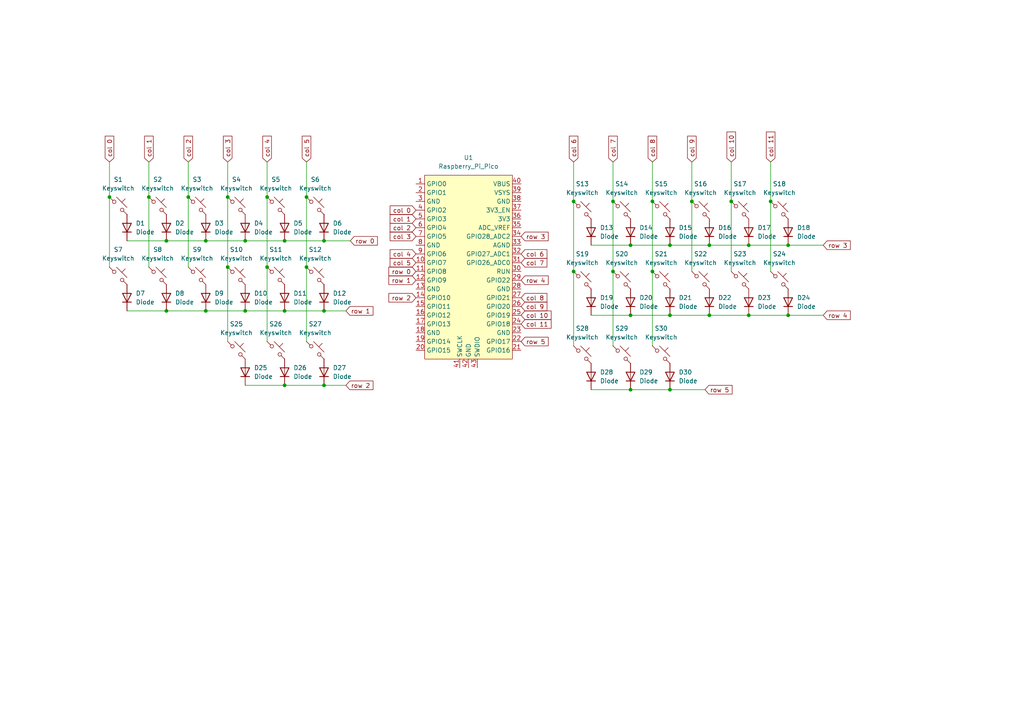
<source format=kicad_sch>
(kicad_sch (version 20231120) (generator "eeschema") (generator_version "8.0")
  (paper "A4")
  (lib_symbols
    (symbol "ScottoKeebs:MCU_Raspberry_Pi_Pico"
      (property "Reference" "U" (at 0 0 0))
      (property "Value" "Raspberry_Pi_Pico" (at 0 27.94 0))
      (symbol "MCU_Raspberry_Pi_Pico_0_1"
        (rectangle (start -12.7 26.67) (end 12.7 -26.67) (fill (type background)))
      )
      (symbol "MCU_Raspberry_Pi_Pico_1_1"
        (pin bidirectional line (at -15.24 24.13 0) (length 2.54) (name "GPIO0") (number "1"))
        (pin bidirectional line (at -15.24 1.27 0) (length 2.54) (name "GPIO7") (number "10"))
        (pin bidirectional line (at -15.24 -1.27 0) (length 2.54) (name "GPIO8") (number "11"))
        (pin bidirectional line (at -15.24 -3.81 0) (length 2.54) (name "GPIO9") (number "12"))
        (pin power_in line (at -15.24 -6.35 0) (length 2.54) (name "GND") (number "13"))
        (pin bidirectional line (at -15.24 -8.89 0) (length 2.54) (name "GPIO10") (number "14"))
        (pin bidirectional line (at -15.24 -11.43 0) (length 2.54) (name "GPIO11") (number "15"))
        (pin bidirectional line (at -15.24 -13.97 0) (length 2.54) (name "GPIO12") (number "16"))
        (pin bidirectional line (at -15.24 -16.51 0) (length 2.54) (name "GPIO13") (number "17"))
        (pin power_in line (at -15.24 -19.05 0) (length 2.54) (name "GND") (number "18"))
        (pin bidirectional line (at -15.24 -21.59 0) (length 2.54) (name "GPIO14") (number "19"))
        (pin bidirectional line (at -15.24 21.59 0) (length 2.54) (name "GPIO1") (number "2"))
        (pin bidirectional line (at -15.24 -24.13 0) (length 2.54) (name "GPIO15") (number "20"))
        (pin bidirectional line (at 15.24 -24.13 180) (length 2.54) (name "GPIO16") (number "21"))
        (pin bidirectional line (at 15.24 -21.59 180) (length 2.54) (name "GPIO17") (number "22"))
        (pin power_in line (at 15.24 -19.05 180) (length 2.54) (name "GND") (number "23"))
        (pin bidirectional line (at 15.24 -16.51 180) (length 2.54) (name "GPIO18") (number "24"))
        (pin bidirectional line (at 15.24 -13.97 180) (length 2.54) (name "GPIO19") (number "25"))
        (pin bidirectional line (at 15.24 -11.43 180) (length 2.54) (name "GPIO20") (number "26"))
        (pin bidirectional line (at 15.24 -8.89 180) (length 2.54) (name "GPIO21") (number "27"))
        (pin power_in line (at 15.24 -6.35 180) (length 2.54) (name "GND") (number "28"))
        (pin bidirectional line (at 15.24 -3.81 180) (length 2.54) (name "GPIO22") (number "29"))
        (pin power_in line (at -15.24 19.05 0) (length 2.54) (name "GND") (number "3"))
        (pin input line (at 15.24 -1.27 180) (length 2.54) (name "RUN") (number "30"))
        (pin bidirectional line (at 15.24 1.27 180) (length 2.54) (name "GPIO26_ADC0") (number "31"))
        (pin bidirectional line (at 15.24 3.81 180) (length 2.54) (name "GPIO27_ADC1") (number "32"))
        (pin power_in line (at 15.24 6.35 180) (length 2.54) (name "AGND") (number "33"))
        (pin bidirectional line (at 15.24 8.89 180) (length 2.54) (name "GPIO28_ADC2") (number "34"))
        (pin power_in line (at 15.24 11.43 180) (length 2.54) (name "ADC_VREF") (number "35"))
        (pin power_in line (at 15.24 13.97 180) (length 2.54) (name "3V3") (number "36"))
        (pin input line (at 15.24 16.51 180) (length 2.54) (name "3V3_EN") (number "37"))
        (pin bidirectional line (at 15.24 19.05 180) (length 2.54) (name "GND") (number "38"))
        (pin power_in line (at 15.24 21.59 180) (length 2.54) (name "VSYS") (number "39"))
        (pin bidirectional line (at -15.24 16.51 0) (length 2.54) (name "GPIO2") (number "4"))
        (pin power_in line (at 15.24 24.13 180) (length 2.54) (name "VBUS") (number "40"))
        (pin input line (at -2.54 -29.21 90) (length 2.54) (name "SWCLK") (number "41"))
        (pin power_in line (at 0 -29.21 90) (length 2.54) (name "GND") (number "42"))
        (pin bidirectional line (at 2.54 -29.21 90) (length 2.54) (name "SWDIO") (number "43"))
        (pin bidirectional line (at -15.24 13.97 0) (length 2.54) (name "GPIO3") (number "5"))
        (pin bidirectional line (at -15.24 11.43 0) (length 2.54) (name "GPIO4") (number "6"))
        (pin bidirectional line (at -15.24 8.89 0) (length 2.54) (name "GPIO5") (number "7"))
        (pin power_in line (at -15.24 6.35 0) (length 2.54) (name "GND") (number "8"))
        (pin bidirectional line (at -15.24 3.81 0) (length 2.54) (name "GPIO6") (number "9"))
      )
    )
    (symbol "ScottoKeebs:Placeholder_Diode" (pin_numbers hide) (pin_names hide)
      (property "Reference" "D" (at 0 2.54 0))
      (property "Value" "Diode" (at 0 -2.54 0))
      (symbol "Placeholder_Diode_0_1"
        (polyline (pts (xy -1.27 1.27) (xy -1.27 -1.27)) (stroke (width 0.254)))
        (polyline (pts (xy 1.27 0) (xy -1.27 0)))
        (polyline (pts (xy 1.27 1.27) (xy 1.27 -1.27) (xy -1.27 0) (xy 1.27 1.27)) (stroke (width 0.254)))
      )
      (symbol "Placeholder_Diode_1_1"
        (pin passive line (at -3.81 0 0) (length 2.54) (name "K") (number "1"))
        (pin passive line (at 3.81 0 180) (length 2.54) (name "A") (number "2"))
      )
    )
    (symbol "ScottoKeebs:Placeholder_Keyswitch" (pin_numbers hide) (pin_names (offset 1.016) hide)
      (property "Reference" "S" (at 3.048 1.016 0))
      (property "Value" "Keyswitch" (at 0 -3.81 0))
      (symbol "Placeholder_Keyswitch_0_1"
        (circle (center -1.1684 1.1684) (radius 0.508))
        (polyline (pts (xy -0.508 2.54) (xy 2.54 -0.508)))
        (polyline (pts (xy 1.016 1.016) (xy 2.032 2.032)))
        (polyline (pts (xy -2.54 2.54) (xy -1.524 1.524) (xy -1.524 1.524)))
        (polyline (pts (xy 1.524 -1.524) (xy 2.54 -2.54) (xy 2.54 -2.54) (xy 2.54 -2.54)))
        (circle (center 1.143 -1.1938) (radius 0.508))
        (pin passive line (at -2.54 2.54 0) (length 0) (name "1") (number "1"))
        (pin passive line (at 2.54 -2.54 180) (length 0) (name "2") (number "2"))
      )
    )
  )
  (junction (at 177.8 58.42))
  (junction (at 205.74 91.44))
  (junction (at 54.61 57.15))
  (junction (at 223.52 58.42))
  (junction (at 217.17 91.44))
  (junction (at 71.12 90.17))
  (junction (at 59.69 90.17))
  (junction (at 228.6 71.12))
  (junction (at 166.37 78.74))
  (junction (at 88.9 57.15))
  (junction (at 82.55 111.76))
  (junction (at 82.55 90.17))
  (junction (at 59.69 69.85))
  (junction (at 194.31 91.44))
  (junction (at 88.9 77.47))
  (junction (at 182.88 91.44))
  (junction (at 31.75 57.15))
  (junction (at 93.98 90.17))
  (junction (at 189.23 58.42))
  (junction (at 43.18 57.15))
  (junction (at 189.23 78.74))
  (junction (at 48.26 69.85))
  (junction (at 77.47 57.15))
  (junction (at 71.12 69.85))
  (junction (at 82.55 69.85))
  (junction (at 194.31 71.12))
  (junction (at 93.98 69.85))
  (junction (at 66.04 77.47))
  (junction (at 166.37 58.42))
  (junction (at 194.31 113.03))
  (junction (at 66.04 57.15))
  (junction (at 182.88 71.12))
  (junction (at 228.6 91.44))
  (junction (at 205.74 71.12))
  (junction (at 48.26 90.17))
  (junction (at 177.8 78.74))
  (junction (at 217.17 71.12))
  (junction (at 182.88 113.03))
  (junction (at 93.98 111.76))
  (junction (at 77.47 77.47))
  (junction (at 212.09 58.42))
  (junction (at 200.66 58.42))
  (wire (pts (xy 177.8 58.42) (xy 177.8 78.74)))
  (wire (pts (xy 31.75 46.99) (xy 31.75 57.15)))
  (wire (pts (xy 194.31 113.03) (xy 204.47 113.03)))
  (wire (pts (xy 217.17 71.12) (xy 228.6 71.12)))
  (wire (pts (xy 238.76 71.12) (xy 228.6 71.12)))
  (wire (pts (xy 71.12 90.17) (xy 82.55 90.17)))
  (wire (pts (xy 31.75 57.15) (xy 31.75 77.47)))
  (wire (pts (xy 66.04 46.99) (xy 66.04 57.15)))
  (wire (pts (xy 66.04 77.47) (xy 66.04 99.06)))
  (wire (pts (xy 93.98 111.76) (xy 100.33 111.76)))
  (wire (pts (xy 194.31 91.44) (xy 205.74 91.44)))
  (wire (pts (xy 59.69 69.85) (xy 71.12 69.85)))
  (wire (pts (xy 217.17 91.44) (xy 228.6 91.44)))
  (wire (pts (xy 88.9 57.15) (xy 88.9 77.47)))
  (wire (pts (xy 59.69 90.17) (xy 71.12 90.17)))
  (wire (pts (xy 223.52 58.42) (xy 223.52 78.74)))
  (wire (pts (xy 223.52 46.99) (xy 223.52 58.42)))
  (wire (pts (xy 71.12 69.85) (xy 82.55 69.85)))
  (wire (pts (xy 43.18 46.99) (xy 43.18 57.15)))
  (wire (pts (xy 182.88 71.12) (xy 194.31 71.12)))
  (wire (pts (xy 182.88 113.03) (xy 194.31 113.03)))
  (wire (pts (xy 82.55 90.17) (xy 93.98 90.17)))
  (wire (pts (xy 189.23 46.99) (xy 189.23 58.42)))
  (wire (pts (xy 200.66 46.99) (xy 200.66 58.42)))
  (wire (pts (xy 48.26 90.17) (xy 59.69 90.17)))
  (wire (pts (xy 93.98 90.17) (xy 100.33 90.17)))
  (wire (pts (xy 177.8 78.74) (xy 177.8 100.33)))
  (wire (pts (xy 54.61 57.15) (xy 54.61 77.47)))
  (wire (pts (xy 36.83 90.17) (xy 48.26 90.17)))
  (wire (pts (xy 177.8 46.99) (xy 177.8 58.42)))
  (wire (pts (xy 194.31 71.12) (xy 205.74 71.12)))
  (wire (pts (xy 101.6 69.85) (xy 93.98 69.85)))
  (wire (pts (xy 189.23 78.74) (xy 189.23 100.33)))
  (wire (pts (xy 189.23 58.42) (xy 189.23 78.74)))
  (wire (pts (xy 171.45 91.44) (xy 182.88 91.44)))
  (wire (pts (xy 77.47 77.47) (xy 77.47 99.06)))
  (wire (pts (xy 205.74 71.12) (xy 217.17 71.12)))
  (wire (pts (xy 43.18 57.15) (xy 43.18 77.47)))
  (wire (pts (xy 166.37 78.74) (xy 166.37 100.33)))
  (wire (pts (xy 71.12 111.76) (xy 82.55 111.76)))
  (wire (pts (xy 212.09 58.42) (xy 212.09 78.74)))
  (wire (pts (xy 205.74 91.44) (xy 217.17 91.44)))
  (wire (pts (xy 171.45 113.03) (xy 182.88 113.03)))
  (wire (pts (xy 171.45 71.12) (xy 182.88 71.12)))
  (wire (pts (xy 77.47 46.99) (xy 77.47 57.15)))
  (wire (pts (xy 48.26 69.85) (xy 59.69 69.85)))
  (wire (pts (xy 88.9 46.99) (xy 88.9 57.15)))
  (wire (pts (xy 77.47 57.15) (xy 77.47 77.47)))
  (wire (pts (xy 182.88 91.44) (xy 194.31 91.44)))
  (wire (pts (xy 82.55 69.85) (xy 93.98 69.85)))
  (wire (pts (xy 88.9 77.47) (xy 88.9 99.06)))
  (wire (pts (xy 82.55 111.76) (xy 93.98 111.76)))
  (wire (pts (xy 36.83 69.85) (xy 48.26 69.85)))
  (wire (pts (xy 166.37 58.42) (xy 166.37 78.74)))
  (wire (pts (xy 200.66 58.42) (xy 200.66 78.74)))
  (wire (pts (xy 66.04 57.15) (xy 66.04 77.47)))
  (wire (pts (xy 212.09 46.99) (xy 212.09 58.42)))
  (wire (pts (xy 54.61 46.99) (xy 54.61 57.15)))
  (wire (pts (xy 166.37 46.99) (xy 166.37 58.42)))
  (wire (pts (xy 238.76 91.44) (xy 228.6 91.44)))
  (global_label "row 5" (shape input) (at 204.47 113.03 0) (property "Intersheetrefs" "${INTERSHEET_REFS}" (effects (hide yes))))
  (global_label "col 11" (shape input) (at 223.52 46.99 90) (property "Intersheetrefs" "${INTERSHEET_REFS}" (effects (hide yes))))
  (global_label "col 8" (shape input) (at 189.23 46.99 90) (property "Intersheetrefs" "${INTERSHEET_REFS}" (effects (hide yes))))
  (global_label "col 10" (shape input) (at 151.13 91.44 0) (property "Intersheetrefs" "${INTERSHEET_REFS}" (effects (hide yes))))
  (global_label "row 4" (shape input) (at 238.76 91.44 0) (property "Intersheetrefs" "${INTERSHEET_REFS}" (effects (hide yes))))
  (global_label "col 2" (shape input) (at 54.61 46.99 90) (property "Intersheetrefs" "${INTERSHEET_REFS}" (effects (hide yes))))
  (global_label "row 4" (shape input) (at 151.13 81.28 0) (property "Intersheetrefs" "${INTERSHEET_REFS}" (effects (hide yes))))
  (global_label "col 1" (shape input) (at 120.65 63.5 180) (property "Intersheetrefs" "${INTERSHEET_REFS}" (effects (hide yes))))
  (global_label "col 5" (shape input) (at 120.65 76.2 180) (property "Intersheetrefs" "${INTERSHEET_REFS}" (effects (hide yes))))
  (global_label "col 6" (shape input) (at 166.37 46.99 90) (property "Intersheetrefs" "${INTERSHEET_REFS}" (effects (hide yes))))
  (global_label "col 7" (shape input) (at 151.13 76.2 0) (property "Intersheetrefs" "${INTERSHEET_REFS}" (effects (hide yes))))
  (global_label "col 0" (shape input) (at 120.65 60.96 180) (property "Intersheetrefs" "${INTERSHEET_REFS}" (effects (hide yes))))
  (global_label "col 4" (shape input) (at 77.47 46.99 90) (property "Intersheetrefs" "${INTERSHEET_REFS}" (effects (hide yes))))
  (global_label "col 9" (shape input) (at 151.13 88.9 0) (property "Intersheetrefs" "${INTERSHEET_REFS}" (effects (hide yes))))
  (global_label "row 3" (shape input) (at 151.13 68.58 0) (property "Intersheetrefs" "${INTERSHEET_REFS}" (effects (hide yes))))
  (global_label "row 3" (shape input) (at 238.76 71.12 0) (property "Intersheetrefs" "${INTERSHEET_REFS}" (effects (hide yes))))
  (global_label "col 11" (shape input) (at 151.13 93.98 0) (property "Intersheetrefs" "${INTERSHEET_REFS}" (effects (hide yes))))
  (global_label "col 7" (shape input) (at 177.8 46.99 90) (property "Intersheetrefs" "${INTERSHEET_REFS}" (effects (hide yes))))
  (global_label "row 2" (shape input) (at 120.65 86.36 180) (property "Intersheetrefs" "${INTERSHEET_REFS}" (effects (hide yes))))
  (global_label "col 10" (shape input) (at 212.09 46.99 90) (property "Intersheetrefs" "${INTERSHEET_REFS}" (effects (hide yes))))
  (global_label "col 3" (shape input) (at 120.65 68.58 180) (property "Intersheetrefs" "${INTERSHEET_REFS}" (effects (hide yes))))
  (global_label "col 8" (shape input) (at 151.13 86.36 0) (property "Intersheetrefs" "${INTERSHEET_REFS}" (effects (hide yes))))
  (global_label "col 1" (shape input) (at 43.18 46.99 90) (property "Intersheetrefs" "${INTERSHEET_REFS}" (effects (hide yes))))
  (global_label "row 1" (shape input) (at 100.33 90.17 0) (property "Intersheetrefs" "${INTERSHEET_REFS}" (effects (hide yes))))
  (global_label "row 0" (shape input) (at 120.65 78.74 180) (property "Intersheetrefs" "${INTERSHEET_REFS}" (effects (hide yes))))
  (global_label "row 1" (shape input) (at 120.65 81.28 180) (property "Intersheetrefs" "${INTERSHEET_REFS}" (effects (hide yes))))
  (global_label "col 9" (shape input) (at 200.66 46.99 90) (property "Intersheetrefs" "${INTERSHEET_REFS}" (effects (hide yes))))
  (global_label "row 0" (shape input) (at 101.6 69.85 0) (property "Intersheetrefs" "${INTERSHEET_REFS}" (effects (hide yes))))
  (global_label "col 3" (shape input) (at 66.04 46.99 90) (property "Intersheetrefs" "${INTERSHEET_REFS}" (effects (hide yes))))
  (global_label "row 5" (shape input) (at 151.13 99.06 0) (property "Intersheetrefs" "${INTERSHEET_REFS}" (effects (hide yes))))
  (global_label "col 6" (shape input) (at 151.13 73.66 0) (property "Intersheetrefs" "${INTERSHEET_REFS}" (effects (hide yes))))
  (global_label "col 0" (shape input) (at 31.75 46.99 90) (property "Intersheetrefs" "${INTERSHEET_REFS}" (effects (hide yes))))
  (global_label "col 5" (shape input) (at 88.9 46.99 90) (property "Intersheetrefs" "${INTERSHEET_REFS}" (effects (hide yes))))
  (global_label "row 2" (shape input) (at 100.33 111.76 0) (property "Intersheetrefs" "${INTERSHEET_REFS}" (effects (hide yes))))
  (global_label "col 2" (shape input) (at 120.65 66.04 180) (property "Intersheetrefs" "${INTERSHEET_REFS}" (effects (hide yes))))
  (global_label "col 4" (shape input) (at 120.65 73.66 180) (property "Intersheetrefs" "${INTERSHEET_REFS}" (effects (hide yes))))
  (symbol (lib_id "ScottoKeebs:Placeholder_Diode") (at 182.88 87.63 90) (unit 1)
    (property "Reference" "D20" (at 185.42 86.3599 90) (effects (justify right)))
    (property "Value" "Diode" (at 185.42 88.8999 90) (effects (justify right)))
    (property "Footprint" "ScottoKeebs_Components:Diode_DO-35" (effects (hide yes)))
    (property "Description" "1N4148 (DO-35) or 1N4148W (SOD-123)" (effects (hide yes)))
    (property "Sim.Device" "D" (effects (hide yes)))
    (property "Sim.Pins" "1=K 2=A" (effects (hide yes)))
  )
  (symbol (lib_id "ScottoKeebs:Placeholder_Keyswitch") (at 45.72 80.01 0) (unit 1)
    (property "Reference" "S8" (at 45.72 72.39 0))
    (property "Value" "Keyswitch" (at 45.72 74.93 0))
    (property "Footprint" "ScottoKeebs_MX:MX_PCB_1.00u" (effects (hide yes)))
    (property "Description" "Push button switch, normally open, two pins, 45° tilted" (effects (hide yes)))
  )
  (symbol (lib_id "ScottoKeebs:Placeholder_Keyswitch") (at 214.63 81.28 0) (unit 1)
    (property "Reference" "S23" (at 214.63 73.66 0))
    (property "Value" "Keyswitch" (at 214.63 76.2 0))
    (property "Footprint" "ScottoKeebs_MX:MX_PCB_1.00u" (effects (hide yes)))
    (property "Description" "Push button switch, normally open, two pins, 45° tilted" (effects (hide yes)))
  )
  (symbol (lib_id "ScottoKeebs:Placeholder_Keyswitch") (at 191.77 81.28 0) (unit 1)
    (property "Reference" "S21" (at 191.77 73.66 0))
    (property "Value" "Keyswitch" (at 191.77 76.2 0))
    (property "Footprint" "ScottoKeebs_MX:MX_PCB_1.00u" (effects (hide yes)))
    (property "Description" "Push button switch, normally open, two pins, 45° tilted" (effects (hide yes)))
  )
  (symbol (lib_id "ScottoKeebs:Placeholder_Keyswitch") (at 91.44 101.6 0) (unit 1)
    (property "Reference" "S27" (at 91.44 93.98 0))
    (property "Value" "Keyswitch" (at 91.44 96.52 0))
    (property "Footprint" "ScottoKeebs_MX:MX_PCB_1.00u" (effects (hide yes)))
    (property "Description" "Push button switch, normally open, two pins, 45° tilted" (effects (hide yes)))
  )
  (symbol (lib_id "ScottoKeebs:Placeholder_Keyswitch") (at 168.91 60.96 0) (unit 1)
    (property "Reference" "S13" (at 168.91 53.34 0))
    (property "Value" "Keyswitch" (at 168.91 55.88 0))
    (property "Footprint" "ScottoKeebs_MX:MX_PCB_1.00u" (effects (hide yes)))
    (property "Description" "Push button switch, normally open, two pins, 45° tilted" (effects (hide yes)))
  )
  (symbol (lib_id "ScottoKeebs:Placeholder_Diode") (at 82.55 66.04 90) (unit 1)
    (property "Reference" "D5" (at 85.09 64.7699 90) (effects (justify right)))
    (property "Value" "Diode" (at 85.09 67.3099 90) (effects (justify right)))
    (property "Footprint" "ScottoKeebs_Components:Diode_DO-35" (effects (hide yes)))
    (property "Description" "1N4148 (DO-35) or 1N4148W (SOD-123)" (effects (hide yes)))
    (property "Sim.Device" "D" (effects (hide yes)))
    (property "Sim.Pins" "1=K 2=A" (effects (hide yes)))
  )
  (symbol (lib_id "ScottoKeebs:Placeholder_Diode") (at 182.88 67.31 90) (unit 1)
    (property "Reference" "D14" (at 185.42 66.0399 90) (effects (justify right)))
    (property "Value" "Diode" (at 185.42 68.5799 90) (effects (justify right)))
    (property "Footprint" "ScottoKeebs_Components:Diode_DO-35" (effects (hide yes)))
    (property "Description" "1N4148 (DO-35) or 1N4148W (SOD-123)" (effects (hide yes)))
    (property "Sim.Device" "D" (effects (hide yes)))
    (property "Sim.Pins" "1=K 2=A" (effects (hide yes)))
  )
  (symbol (lib_id "ScottoKeebs:Placeholder_Keyswitch") (at 180.34 60.96 0) (unit 1)
    (property "Reference" "S14" (at 180.34 53.34 0))
    (property "Value" "Keyswitch" (at 180.34 55.88 0))
    (property "Footprint" "ScottoKeebs_MX:MX_PCB_1.00u" (effects (hide yes)))
    (property "Description" "Push button switch, normally open, two pins, 45° tilted" (effects (hide yes)))
  )
  (symbol (lib_id "ScottoKeebs:Placeholder_Diode") (at 59.69 66.04 90) (unit 1)
    (property "Reference" "D3" (at 62.23 64.7699 90) (effects (justify right)))
    (property "Value" "Diode" (at 62.23 67.3099 90) (effects (justify right)))
    (property "Footprint" "ScottoKeebs_Components:Diode_DO-35" (effects (hide yes)))
    (property "Description" "1N4148 (DO-35) or 1N4148W (SOD-123)" (effects (hide yes)))
    (property "Sim.Device" "D" (effects (hide yes)))
    (property "Sim.Pins" "1=K 2=A" (effects (hide yes)))
  )
  (symbol (lib_id "ScottoKeebs:Placeholder_Diode") (at 82.55 107.95 90) (unit 1)
    (property "Reference" "D26" (at 85.09 106.6799 90) (effects (justify right)))
    (property "Value" "Diode" (at 85.09 109.2199 90) (effects (justify right)))
    (property "Footprint" "ScottoKeebs_Components:Diode_DO-35" (effects (hide yes)))
    (property "Description" "1N4148 (DO-35) or 1N4148W (SOD-123)" (effects (hide yes)))
    (property "Sim.Device" "D" (effects (hide yes)))
    (property "Sim.Pins" "1=K 2=A" (effects (hide yes)))
  )
  (symbol (lib_id "ScottoKeebs:Placeholder_Diode") (at 182.88 109.22 90) (unit 1)
    (property "Reference" "D29" (at 185.42 107.9499 90) (effects (justify right)))
    (property "Value" "Diode" (at 185.42 110.4899 90) (effects (justify right)))
    (property "Footprint" "ScottoKeebs_Components:Diode_DO-35" (effects (hide yes)))
    (property "Description" "1N4148 (DO-35) or 1N4148W (SOD-123)" (effects (hide yes)))
    (property "Sim.Device" "D" (effects (hide yes)))
    (property "Sim.Pins" "1=K 2=A" (effects (hide yes)))
  )
  (symbol (lib_id "ScottoKeebs:Placeholder_Keyswitch") (at 34.29 80.01 0) (unit 1)
    (property "Reference" "S7" (at 34.29 72.39 0))
    (property "Value" "Keyswitch" (at 34.29 74.93 0))
    (property "Footprint" "ScottoKeebs_MX:MX_PCB_1.00u" (effects (hide yes)))
    (property "Description" "Push button switch, normally open, two pins, 45° tilted" (effects (hide yes)))
  )
  (symbol (lib_id "ScottoKeebs:Placeholder_Diode") (at 205.74 67.31 90) (unit 1)
    (property "Reference" "D16" (at 208.28 66.0399 90) (effects (justify right)))
    (property "Value" "Diode" (at 208.28 68.5799 90) (effects (justify right)))
    (property "Footprint" "ScottoKeebs_Components:Diode_DO-35" (effects (hide yes)))
    (property "Description" "1N4148 (DO-35) or 1N4148W (SOD-123)" (effects (hide yes)))
    (property "Sim.Device" "D" (effects (hide yes)))
    (property "Sim.Pins" "1=K 2=A" (effects (hide yes)))
  )
  (symbol (lib_id "ScottoKeebs:Placeholder_Diode") (at 217.17 87.63 90) (unit 1)
    (property "Reference" "D23" (at 219.71 86.3599 90) (effects (justify right)))
    (property "Value" "Diode" (at 219.71 88.8999 90) (effects (justify right)))
    (property "Footprint" "ScottoKeebs_Components:Diode_DO-35" (effects (hide yes)))
    (property "Description" "1N4148 (DO-35) or 1N4148W (SOD-123)" (effects (hide yes)))
    (property "Sim.Device" "D" (effects (hide yes)))
    (property "Sim.Pins" "1=K 2=A" (effects (hide yes)))
  )
  (symbol (lib_id "ScottoKeebs:Placeholder_Keyswitch") (at 80.01 101.6 0) (unit 1)
    (property "Reference" "S26" (at 80.01 93.98 0))
    (property "Value" "Keyswitch" (at 80.01 96.52 0))
    (property "Footprint" "ScottoKeebs_MX:MX_PCB_1.00u" (effects (hide yes)))
    (property "Description" "Push button switch, normally open, two pins, 45° tilted" (effects (hide yes)))
  )
  (symbol (lib_id "ScottoKeebs:Placeholder_Diode") (at 205.74 87.63 90) (unit 1)
    (property "Reference" "D22" (at 208.28 86.3599 90) (effects (justify right)))
    (property "Value" "Diode" (at 208.28 88.8999 90) (effects (justify right)))
    (property "Footprint" "ScottoKeebs_Components:Diode_DO-35" (effects (hide yes)))
    (property "Description" "1N4148 (DO-35) or 1N4148W (SOD-123)" (effects (hide yes)))
    (property "Sim.Device" "D" (effects (hide yes)))
    (property "Sim.Pins" "1=K 2=A" (effects (hide yes)))
  )
  (symbol (lib_id "ScottoKeebs:Placeholder_Keyswitch") (at 191.77 60.96 0) (unit 1)
    (property "Reference" "S15" (at 191.77 53.34 0))
    (property "Value" "Keyswitch" (at 191.77 55.88 0))
    (property "Footprint" "ScottoKeebs_MX:MX_PCB_1.00u" (effects (hide yes)))
    (property "Description" "Push button switch, normally open, two pins, 45° tilted" (effects (hide yes)))
  )
  (symbol (lib_id "ScottoKeebs:Placeholder_Keyswitch") (at 68.58 80.01 0) (unit 1)
    (property "Reference" "S10" (at 68.58 72.39 0))
    (property "Value" "Keyswitch" (at 68.58 74.93 0))
    (property "Footprint" "ScottoKeebs_MX:MX_PCB_1.00u" (effects (hide yes)))
    (property "Description" "Push button switch, normally open, two pins, 45° tilted" (effects (hide yes)))
  )
  (symbol (lib_id "ScottoKeebs:Placeholder_Diode") (at 93.98 66.04 90) (unit 1)
    (property "Reference" "D6" (at 96.52 64.7699 90) (effects (justify right)))
    (property "Value" "Diode" (at 96.52 67.3099 90) (effects (justify right)))
    (property "Footprint" "ScottoKeebs_Components:Diode_DO-35" (effects (hide yes)))
    (property "Description" "1N4148 (DO-35) or 1N4148W (SOD-123)" (effects (hide yes)))
    (property "Sim.Device" "D" (effects (hide yes)))
    (property "Sim.Pins" "1=K 2=A" (effects (hide yes)))
  )
  (symbol (lib_id "ScottoKeebs:Placeholder_Diode") (at 82.55 86.36 90) (unit 1)
    (property "Reference" "D11" (at 85.09 85.0899 90) (effects (justify right)))
    (property "Value" "Diode" (at 85.09 87.6299 90) (effects (justify right)))
    (property "Footprint" "ScottoKeebs_Components:Diode_DO-35" (effects (hide yes)))
    (property "Description" "1N4148 (DO-35) or 1N4148W (SOD-123)" (effects (hide yes)))
    (property "Sim.Device" "D" (effects (hide yes)))
    (property "Sim.Pins" "1=K 2=A" (effects (hide yes)))
  )
  (symbol (lib_id "ScottoKeebs:Placeholder_Keyswitch") (at 180.34 81.28 0) (unit 1)
    (property "Reference" "S20" (at 180.34 73.66 0))
    (property "Value" "Keyswitch" (at 180.34 76.2 0))
    (property "Footprint" "ScottoKeebs_MX:MX_PCB_1.00u" (effects (hide yes)))
    (property "Description" "Push button switch, normally open, two pins, 45° tilted" (effects (hide yes)))
  )
  (symbol (lib_id "ScottoKeebs:Placeholder_Keyswitch") (at 34.29 59.69 0) (unit 1)
    (property "Reference" "S1" (at 34.29 52.07 0))
    (property "Value" "Keyswitch" (at 34.29 54.61 0))
    (property "Footprint" "ScottoKeebs_MX:MX_PCB_1.00u" (effects (hide yes)))
    (property "Description" "Push button switch, normally open, two pins, 45° tilted" (effects (hide yes)))
  )
  (symbol (lib_id "ScottoKeebs:Placeholder_Keyswitch") (at 45.72 59.69 0) (unit 1)
    (property "Reference" "S2" (at 45.72 52.07 0))
    (property "Value" "Keyswitch" (at 45.72 54.61 0))
    (property "Footprint" "ScottoKeebs_MX:MX_PCB_1.00u" (effects (hide yes)))
    (property "Description" "Push button switch, normally open, two pins, 45° tilted" (effects (hide yes)))
  )
  (symbol (lib_id "ScottoKeebs:Placeholder_Diode") (at 36.83 86.36 90) (unit 1)
    (property "Reference" "D7" (at 39.37 85.0899 90) (effects (justify right)))
    (property "Value" "Diode" (at 39.37 87.6299 90) (effects (justify right)))
    (property "Footprint" "ScottoKeebs_Components:Diode_DO-35" (effects (hide yes)))
    (property "Description" "1N4148 (DO-35) or 1N4148W (SOD-123)" (effects (hide yes)))
    (property "Sim.Device" "D" (effects (hide yes)))
    (property "Sim.Pins" "1=K 2=A" (effects (hide yes)))
  )
  (symbol (lib_id "ScottoKeebs:Placeholder_Diode") (at 93.98 107.95 90) (unit 1)
    (property "Reference" "D27" (at 96.52 106.6799 90) (effects (justify right)))
    (property "Value" "Diode" (at 96.52 109.2199 90) (effects (justify right)))
    (property "Footprint" "ScottoKeebs_Components:Diode_DO-35" (effects (hide yes)))
    (property "Description" "1N4148 (DO-35) or 1N4148W (SOD-123)" (effects (hide yes)))
    (property "Sim.Device" "D" (effects (hide yes)))
    (property "Sim.Pins" "1=K 2=A" (effects (hide yes)))
  )
  (symbol (lib_id "ScottoKeebs:Placeholder_Keyswitch") (at 80.01 80.01 0) (unit 1)
    (property "Reference" "S11" (at 80.01 72.39 0))
    (property "Value" "Keyswitch" (at 80.01 74.93 0))
    (property "Footprint" "ScottoKeebs_MX:MX_PCB_1.00u" (effects (hide yes)))
    (property "Description" "Push button switch, normally open, two pins, 45° tilted" (effects (hide yes)))
  )
  (symbol (lib_id "ScottoKeebs:Placeholder_Diode") (at 171.45 109.22 90) (unit 1)
    (property "Reference" "D28" (at 173.99 107.9499 90) (effects (justify right)))
    (property "Value" "Diode" (at 173.99 110.4899 90) (effects (justify right)))
    (property "Footprint" "ScottoKeebs_Components:Diode_DO-35" (effects (hide yes)))
    (property "Description" "1N4148 (DO-35) or 1N4148W (SOD-123)" (effects (hide yes)))
    (property "Sim.Device" "D" (effects (hide yes)))
    (property "Sim.Pins" "1=K 2=A" (effects (hide yes)))
  )
  (symbol (lib_id "ScottoKeebs:Placeholder_Keyswitch") (at 168.91 81.28 0) (unit 1)
    (property "Reference" "S19" (at 168.91 73.66 0))
    (property "Value" "Keyswitch" (at 168.91 76.2 0))
    (property "Footprint" "ScottoKeebs_MX:MX_PCB_1.00u" (effects (hide yes)))
    (property "Description" "Push button switch, normally open, two pins, 45° tilted" (effects (hide yes)))
  )
  (symbol (lib_id "ScottoKeebs:Placeholder_Diode") (at 194.31 67.31 90) (unit 1)
    (property "Reference" "D15" (at 196.85 66.0399 90) (effects (justify right)))
    (property "Value" "Diode" (at 196.85 68.5799 90) (effects (justify right)))
    (property "Footprint" "ScottoKeebs_Components:Diode_DO-35" (effects (hide yes)))
    (property "Description" "1N4148 (DO-35) or 1N4148W (SOD-123)" (effects (hide yes)))
    (property "Sim.Device" "D" (effects (hide yes)))
    (property "Sim.Pins" "1=K 2=A" (effects (hide yes)))
  )
  (symbol (lib_id "ScottoKeebs:Placeholder_Keyswitch") (at 203.2 60.96 0) (unit 1)
    (property "Reference" "S16" (at 203.2 53.34 0))
    (property "Value" "Keyswitch" (at 203.2 55.88 0))
    (property "Footprint" "ScottoKeebs_MX:MX_PCB_1.00u" (effects (hide yes)))
    (property "Description" "Push button switch, normally open, two pins, 45° tilted" (effects (hide yes)))
  )
  (symbol (lib_id "ScottoKeebs:Placeholder_Keyswitch") (at 57.15 80.01 0) (unit 1)
    (property "Reference" "S9" (at 57.15 72.39 0))
    (property "Value" "Keyswitch" (at 57.15 74.93 0))
    (property "Footprint" "ScottoKeebs_MX:MX_PCB_1.00u" (effects (hide yes)))
    (property "Description" "Push button switch, normally open, two pins, 45° tilted" (effects (hide yes)))
  )
  (symbol (lib_id "ScottoKeebs:Placeholder_Diode") (at 171.45 87.63 90) (unit 1)
    (property "Reference" "D19" (at 173.99 86.3599 90) (effects (justify right)))
    (property "Value" "Diode" (at 173.99 88.8999 90) (effects (justify right)))
    (property "Footprint" "ScottoKeebs_Components:Diode_DO-35" (effects (hide yes)))
    (property "Description" "1N4148 (DO-35) or 1N4148W (SOD-123)" (effects (hide yes)))
    (property "Sim.Device" "D" (effects (hide yes)))
    (property "Sim.Pins" "1=K 2=A" (effects (hide yes)))
  )
  (symbol (lib_id "ScottoKeebs:Placeholder_Keyswitch") (at 57.15 59.69 0) (unit 1)
    (property "Reference" "S3" (at 57.15 52.07 0))
    (property "Value" "Keyswitch" (at 57.15 54.61 0))
    (property "Footprint" "ScottoKeebs_MX:MX_PCB_1.00u" (effects (hide yes)))
    (property "Description" "Push button switch, normally open, two pins, 45° tilted" (effects (hide yes)))
  )
  (symbol (lib_id "ScottoKeebs:Placeholder_Keyswitch") (at 68.58 59.69 0) (unit 1)
    (property "Reference" "S4" (at 68.58 52.07 0))
    (property "Value" "Keyswitch" (at 68.58 54.61 0))
    (property "Footprint" "ScottoKeebs_MX:MX_PCB_1.00u" (effects (hide yes)))
    (property "Description" "Push button switch, normally open, two pins, 45° tilted" (effects (hide yes)))
  )
  (symbol (lib_id "ScottoKeebs:Placeholder_Diode") (at 228.6 87.63 90) (unit 1)
    (property "Reference" "D24" (at 231.14 86.3599 90) (effects (justify right)))
    (property "Value" "Diode" (at 231.14 88.8999 90) (effects (justify right)))
    (property "Footprint" "ScottoKeebs_Components:Diode_DO-35" (effects (hide yes)))
    (property "Description" "1N4148 (DO-35) or 1N4148W (SOD-123)" (effects (hide yes)))
    (property "Sim.Device" "D" (effects (hide yes)))
    (property "Sim.Pins" "1=K 2=A" (effects (hide yes)))
  )
  (symbol (lib_id "ScottoKeebs:Placeholder_Diode") (at 93.98 86.36 90) (unit 1)
    (property "Reference" "D12" (at 96.52 85.0899 90) (effects (justify right)))
    (property "Value" "Diode" (at 96.52 87.6299 90) (effects (justify right)))
    (property "Footprint" "ScottoKeebs_Components:Diode_DO-35" (effects (hide yes)))
    (property "Description" "1N4148 (DO-35) or 1N4148W (SOD-123)" (effects (hide yes)))
    (property "Sim.Device" "D" (effects (hide yes)))
    (property "Sim.Pins" "1=K 2=A" (effects (hide yes)))
  )
  (symbol (lib_id "ScottoKeebs:Placeholder_Diode") (at 171.45 67.31 90) (unit 1)
    (property "Reference" "D13" (at 173.99 66.0399 90) (effects (justify right)))
    (property "Value" "Diode" (at 173.99 68.5799 90) (effects (justify right)))
    (property "Footprint" "ScottoKeebs_Components:Diode_DO-35" (effects (hide yes)))
    (property "Description" "1N4148 (DO-35) or 1N4148W (SOD-123)" (effects (hide yes)))
    (property "Sim.Device" "D" (effects (hide yes)))
    (property "Sim.Pins" "1=K 2=A" (effects (hide yes)))
  )
  (symbol (lib_id "ScottoKeebs:Placeholder_Diode") (at 59.69 86.36 90) (unit 1)
    (property "Reference" "D9" (at 62.23 85.0899 90) (effects (justify right)))
    (property "Value" "Diode" (at 62.23 87.6299 90) (effects (justify right)))
    (property "Footprint" "ScottoKeebs_Components:Diode_DO-35" (effects (hide yes)))
    (property "Description" "1N4148 (DO-35) or 1N4148W (SOD-123)" (effects (hide yes)))
    (property "Sim.Device" "D" (effects (hide yes)))
    (property "Sim.Pins" "1=K 2=A" (effects (hide yes)))
  )
  (symbol (lib_id "ScottoKeebs:Placeholder_Keyswitch") (at 226.06 60.96 0) (unit 1)
    (property "Reference" "S18" (at 226.06 53.34 0))
    (property "Value" "Keyswitch" (at 226.06 55.88 0))
    (property "Footprint" "ScottoKeebs_MX:MX_PCB_1.00u" (effects (hide yes)))
    (property "Description" "Push button switch, normally open, two pins, 45° tilted" (effects (hide yes)))
  )
  (symbol (lib_id "ScottoKeebs:Placeholder_Keyswitch") (at 68.58 101.6 0) (unit 1)
    (property "Reference" "S25" (at 68.58 93.98 0))
    (property "Value" "Keyswitch" (at 68.58 96.52 0))
    (property "Footprint" "ScottoKeebs_MX:MX_PCB_1.00u" (effects (hide yes)))
    (property "Description" "Push button switch, normally open, two pins, 45° tilted" (effects (hide yes)))
  )
  (symbol (lib_id "ScottoKeebs:Placeholder_Diode") (at 228.6 67.31 90) (unit 1)
    (property "Reference" "D18" (at 231.14 66.0399 90) (effects (justify right)))
    (property "Value" "Diode" (at 231.14 68.5799 90) (effects (justify right)))
    (property "Footprint" "ScottoKeebs_Components:Diode_DO-35" (effects (hide yes)))
    (property "Description" "1N4148 (DO-35) or 1N4148W (SOD-123)" (effects (hide yes)))
    (property "Sim.Device" "D" (effects (hide yes)))
    (property "Sim.Pins" "1=K 2=A" (effects (hide yes)))
  )
  (symbol (lib_id "ScottoKeebs:Placeholder_Diode") (at 36.83 66.04 90) (unit 1)
    (property "Reference" "D1" (at 39.37 64.7699 90) (effects (justify right)))
    (property "Value" "Diode" (at 39.37 67.3099 90) (effects (justify right)))
    (property "Footprint" "ScottoKeebs_Components:Diode_DO-35" (effects (hide yes)))
    (property "Description" "1N4148 (DO-35) or 1N4148W (SOD-123)" (effects (hide yes)))
    (property "Sim.Device" "D" (effects (hide yes)))
    (property "Sim.Pins" "1=K 2=A" (effects (hide yes)))
  )
  (symbol (lib_id "ScottoKeebs:Placeholder_Keyswitch") (at 168.91 102.87 0) (unit 1)
    (property "Reference" "S28" (at 168.91 95.25 0))
    (property "Value" "Keyswitch" (at 168.91 97.79 0))
    (property "Footprint" "ScottoKeebs_MX:MX_PCB_1.00u" (effects (hide yes)))
    (property "Description" "Push button switch, normally open, two pins, 45° tilted" (effects (hide yes)))
  )
  (symbol (lib_id "ScottoKeebs:Placeholder_Diode") (at 48.26 66.04 90) (unit 1)
    (property "Reference" "D2" (at 50.8 64.7699 90) (effects (justify right)))
    (property "Value" "Diode" (at 50.8 67.3099 90) (effects (justify right)))
    (property "Footprint" "ScottoKeebs_Components:Diode_DO-35" (effects (hide yes)))
    (property "Description" "1N4148 (DO-35) or 1N4148W (SOD-123)" (effects (hide yes)))
    (property "Sim.Device" "D" (effects (hide yes)))
    (property "Sim.Pins" "1=K 2=A" (effects (hide yes)))
  )
  (symbol (lib_id "ScottoKeebs:Placeholder_Keyswitch") (at 214.63 60.96 0) (unit 1)
    (property "Reference" "S17" (at 214.63 53.34 0))
    (property "Value" "Keyswitch" (at 214.63 55.88 0))
    (property "Footprint" "ScottoKeebs_MX:MX_PCB_1.00u" (effects (hide yes)))
    (property "Description" "Push button switch, normally open, two pins, 45° tilted" (effects (hide yes)))
  )
  (symbol (lib_id "ScottoKeebs:Placeholder_Diode") (at 217.17 67.31 90) (unit 1)
    (property "Reference" "D17" (at 219.71 66.0399 90) (effects (justify right)))
    (property "Value" "Diode" (at 219.71 68.5799 90) (effects (justify right)))
    (property "Footprint" "ScottoKeebs_Components:Diode_DO-35" (effects (hide yes)))
    (property "Description" "1N4148 (DO-35) or 1N4148W (SOD-123)" (effects (hide yes)))
    (property "Sim.Device" "D" (effects (hide yes)))
    (property "Sim.Pins" "1=K 2=A" (effects (hide yes)))
  )
  (symbol (lib_id "ScottoKeebs:Placeholder_Keyswitch") (at 91.44 59.69 0) (unit 1)
    (property "Reference" "S6" (at 91.44 52.07 0))
    (property "Value" "Keyswitch" (at 91.44 54.61 0))
    (property "Footprint" "ScottoKeebs_MX:MX_PCB_1.00u" (effects (hide yes)))
    (property "Description" "Push button switch, normally open, two pins, 45° tilted" (effects (hide yes)))
  )
  (symbol (lib_id "ScottoKeebs:Placeholder_Diode") (at 71.12 107.95 90) (unit 1)
    (property "Reference" "D25" (at 73.66 106.6799 90) (effects (justify right)))
    (property "Value" "Diode" (at 73.66 109.2199 90) (effects (justify right)))
    (property "Footprint" "ScottoKeebs_Components:Diode_DO-35" (effects (hide yes)))
    (property "Description" "1N4148 (DO-35) or 1N4148W (SOD-123)" (effects (hide yes)))
    (property "Sim.Device" "D" (effects (hide yes)))
    (property "Sim.Pins" "1=K 2=A" (effects (hide yes)))
  )
  (symbol (lib_id "ScottoKeebs:Placeholder_Keyswitch") (at 191.77 102.87 0) (unit 1)
    (property "Reference" "S30" (at 191.77 95.25 0))
    (property "Value" "Keyswitch" (at 191.77 97.79 0))
    (property "Footprint" "ScottoKeebs_MX:MX_PCB_1.00u" (effects (hide yes)))
    (property "Description" "Push button switch, normally open, two pins, 45° tilted" (effects (hide yes)))
  )
  (symbol (lib_id "ScottoKeebs:MCU_Raspberry_Pi_Pico") (at 135.89 77.47 0) (unit 1)
    (property "Reference" "U1" (at 135.89 45.72 0))
    (property "Value" "Raspberry_Pi_Pico" (at 135.89 48.26 0))
    (property "Footprint" "ScottoKeebs_MCU:Raspberry_Pi_Pico" (effects (hide yes)))
  )
  (symbol (lib_id "ScottoKeebs:Placeholder_Keyswitch") (at 180.34 102.87 0) (unit 1)
    (property "Reference" "S29" (at 180.34 95.25 0))
    (property "Value" "Keyswitch" (at 180.34 97.79 0))
    (property "Footprint" "ScottoKeebs_MX:MX_PCB_1.00u" (effects (hide yes)))
    (property "Description" "Push button switch, normally open, two pins, 45° tilted" (effects (hide yes)))
  )
  (symbol (lib_id "ScottoKeebs:Placeholder_Keyswitch") (at 80.01 59.69 0) (unit 1)
    (property "Reference" "S5" (at 80.01 52.07 0))
    (property "Value" "Keyswitch" (at 80.01 54.61 0))
    (property "Footprint" "ScottoKeebs_MX:MX_PCB_1.00u" (effects (hide yes)))
    (property "Description" "Push button switch, normally open, two pins, 45° tilted" (effects (hide yes)))
  )
  (symbol (lib_id "ScottoKeebs:Placeholder_Diode") (at 194.31 109.22 90) (unit 1)
    (property "Reference" "D30" (at 196.85 107.9499 90) (effects (justify right)))
    (property "Value" "Diode" (at 196.85 110.4899 90) (effects (justify right)))
    (property "Footprint" "ScottoKeebs_Components:Diode_DO-35" (effects (hide yes)))
    (property "Description" "1N4148 (DO-35) or 1N4148W (SOD-123)" (effects (hide yes)))
    (property "Sim.Device" "D" (effects (hide yes)))
    (property "Sim.Pins" "1=K 2=A" (effects (hide yes)))
  )
  (symbol (lib_id "ScottoKeebs:Placeholder_Keyswitch") (at 203.2 81.28 0) (unit 1)
    (property "Reference" "S22" (at 203.2 73.66 0))
    (property "Value" "Keyswitch" (at 203.2 76.2 0))
    (property "Footprint" "ScottoKeebs_MX:MX_PCB_1.00u" (effects (hide yes)))
    (property "Description" "Push button switch, normally open, two pins, 45° tilted" (effects (hide yes)))
  )
  (symbol (lib_id "ScottoKeebs:Placeholder_Keyswitch") (at 91.44 80.01 0) (unit 1)
    (property "Reference" "S12" (at 91.44 72.39 0))
    (property "Value" "Keyswitch" (at 91.44 74.93 0))
    (property "Footprint" "ScottoKeebs_MX:MX_PCB_1.00u" (effects (hide yes)))
    (property "Description" "Push button switch, normally open, two pins, 45° tilted" (effects (hide yes)))
  )
  (symbol (lib_id "ScottoKeebs:Placeholder_Keyswitch") (at 226.06 81.28 0) (unit 1)
    (property "Reference" "S24" (at 226.06 73.66 0))
    (property "Value" "Keyswitch" (at 226.06 76.2 0))
    (property "Footprint" "ScottoKeebs_MX:MX_PCB_1.00u" (effects (hide yes)))
    (property "Description" "Push button switch, normally open, two pins, 45° tilted" (effects (hide yes)))
  )
  (symbol (lib_id "ScottoKeebs:Placeholder_Diode") (at 194.31 87.63 90) (unit 1)
    (property "Reference" "D21" (at 196.85 86.3599 90) (effects (justify right)))
    (property "Value" "Diode" (at 196.85 88.8999 90) (effects (justify right)))
    (property "Footprint" "ScottoKeebs_Components:Diode_DO-35" (effects (hide yes)))
    (property "Description" "1N4148 (DO-35) or 1N4148W (SOD-123)" (effects (hide yes)))
    (property "Sim.Device" "D" (effects (hide yes)))
    (property "Sim.Pins" "1=K 2=A" (effects (hide yes)))
  )
  (symbol (lib_id "ScottoKeebs:Placeholder_Diode") (at 71.12 66.04 90) (unit 1)
    (property "Reference" "D4" (at 73.66 64.7699 90) (effects (justify right)))
    (property "Value" "Diode" (at 73.66 67.3099 90) (effects (justify right)))
    (property "Footprint" "ScottoKeebs_Components:Diode_DO-35" (effects (hide yes)))
    (property "Description" "1N4148 (DO-35) or 1N4148W (SOD-123)" (effects (hide yes)))
    (property "Sim.Device" "D" (effects (hide yes)))
    (property "Sim.Pins" "1=K 2=A" (effects (hide yes)))
  )
  (symbol (lib_id "ScottoKeebs:Placeholder_Diode") (at 71.12 86.36 90) (unit 1)
    (property "Reference" "D10" (at 73.66 85.0899 90) (effects (justify right)))
    (property "Value" "Diode" (at 73.66 87.6299 90) (effects (justify right)))
    (property "Footprint" "ScottoKeebs_Components:Diode_DO-35" (effects (hide yes)))
    (property "Description" "1N4148 (DO-35) or 1N4148W (SOD-123)" (effects (hide yes)))
    (property "Sim.Device" "D" (effects (hide yes)))
    (property "Sim.Pins" "1=K 2=A" (effects (hide yes)))
  )
  (symbol (lib_id "ScottoKeebs:Placeholder_Diode") (at 48.26 86.36 90) (unit 1)
    (property "Reference" "D8" (at 50.8 85.0899 90) (effects (justify right)))
    (property "Value" "Diode" (at 50.8 87.6299 90) (effects (justify right)))
    (property "Footprint" "ScottoKeebs_Components:Diode_DO-35" (effects (hide yes)))
    (property "Description" "1N4148 (DO-35) or 1N4148W (SOD-123)" (effects (hide yes)))
    (property "Sim.Device" "D" (effects (hide yes)))
    (property "Sim.Pins" "1=K 2=A" (effects (hide yes)))
  )
)
</source>
